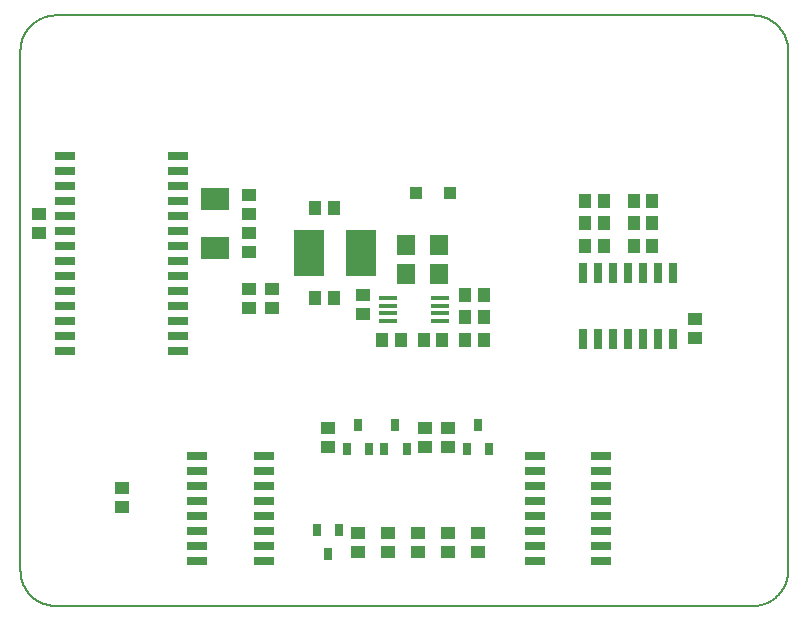
<source format=gtp>
G75*
%MOIN*%
%OFA0B0*%
%FSLAX25Y25*%
%IPPOS*%
%LPD*%
%AMOC8*
5,1,8,0,0,1.08239X$1,22.5*
%
%ADD10C,0.00800*%
%ADD11R,0.05118X0.04331*%
%ADD12R,0.06890X0.02756*%
%ADD13R,0.02756X0.06890*%
%ADD14R,0.04331X0.05118*%
%ADD15R,0.03150X0.03937*%
%ADD16R,0.06693X0.02559*%
%ADD17R,0.09449X0.07480*%
%ADD18R,0.06496X0.01772*%
%ADD19R,0.09843X0.15748*%
%ADD20R,0.06299X0.07087*%
%ADD21R,0.04331X0.04331*%
D10*
X0034146Y0040429D02*
X0266430Y0040429D01*
X0266715Y0040432D01*
X0267001Y0040443D01*
X0267286Y0040460D01*
X0267570Y0040484D01*
X0267854Y0040515D01*
X0268137Y0040553D01*
X0268418Y0040598D01*
X0268699Y0040649D01*
X0268979Y0040707D01*
X0269257Y0040772D01*
X0269533Y0040844D01*
X0269807Y0040922D01*
X0270080Y0041007D01*
X0270350Y0041099D01*
X0270618Y0041197D01*
X0270884Y0041301D01*
X0271147Y0041412D01*
X0271407Y0041529D01*
X0271665Y0041652D01*
X0271919Y0041782D01*
X0272170Y0041918D01*
X0272418Y0042059D01*
X0272662Y0042207D01*
X0272903Y0042360D01*
X0273139Y0042520D01*
X0273372Y0042685D01*
X0273601Y0042855D01*
X0273826Y0043031D01*
X0274046Y0043213D01*
X0274262Y0043399D01*
X0274473Y0043591D01*
X0274680Y0043788D01*
X0274882Y0043990D01*
X0275079Y0044197D01*
X0275271Y0044408D01*
X0275457Y0044624D01*
X0275639Y0044844D01*
X0275815Y0045069D01*
X0275985Y0045298D01*
X0276150Y0045531D01*
X0276310Y0045767D01*
X0276463Y0046008D01*
X0276611Y0046252D01*
X0276752Y0046500D01*
X0276888Y0046751D01*
X0277018Y0047005D01*
X0277141Y0047263D01*
X0277258Y0047523D01*
X0277369Y0047786D01*
X0277473Y0048052D01*
X0277571Y0048320D01*
X0277663Y0048590D01*
X0277748Y0048863D01*
X0277826Y0049137D01*
X0277898Y0049413D01*
X0277963Y0049691D01*
X0278021Y0049971D01*
X0278072Y0050252D01*
X0278117Y0050533D01*
X0278155Y0050816D01*
X0278186Y0051100D01*
X0278210Y0051384D01*
X0278227Y0051669D01*
X0278238Y0051955D01*
X0278241Y0052240D01*
X0278241Y0225469D01*
X0278238Y0225754D01*
X0278227Y0226040D01*
X0278210Y0226325D01*
X0278186Y0226609D01*
X0278155Y0226893D01*
X0278117Y0227176D01*
X0278072Y0227457D01*
X0278021Y0227738D01*
X0277963Y0228018D01*
X0277898Y0228296D01*
X0277826Y0228572D01*
X0277748Y0228846D01*
X0277663Y0229119D01*
X0277571Y0229389D01*
X0277473Y0229657D01*
X0277369Y0229923D01*
X0277258Y0230186D01*
X0277141Y0230446D01*
X0277018Y0230704D01*
X0276888Y0230958D01*
X0276752Y0231209D01*
X0276611Y0231457D01*
X0276463Y0231701D01*
X0276310Y0231942D01*
X0276150Y0232178D01*
X0275985Y0232411D01*
X0275815Y0232640D01*
X0275639Y0232865D01*
X0275457Y0233085D01*
X0275271Y0233301D01*
X0275079Y0233512D01*
X0274882Y0233719D01*
X0274680Y0233921D01*
X0274473Y0234118D01*
X0274262Y0234310D01*
X0274046Y0234496D01*
X0273826Y0234678D01*
X0273601Y0234854D01*
X0273372Y0235024D01*
X0273139Y0235189D01*
X0272903Y0235349D01*
X0272662Y0235502D01*
X0272418Y0235650D01*
X0272170Y0235791D01*
X0271919Y0235927D01*
X0271665Y0236057D01*
X0271407Y0236180D01*
X0271147Y0236297D01*
X0270884Y0236408D01*
X0270618Y0236512D01*
X0270350Y0236610D01*
X0270080Y0236702D01*
X0269807Y0236787D01*
X0269533Y0236865D01*
X0269257Y0236937D01*
X0268979Y0237002D01*
X0268699Y0237060D01*
X0268418Y0237111D01*
X0268137Y0237156D01*
X0267854Y0237194D01*
X0267570Y0237225D01*
X0267286Y0237249D01*
X0267001Y0237266D01*
X0266715Y0237277D01*
X0266430Y0237280D01*
X0034146Y0237280D01*
X0033861Y0237277D01*
X0033575Y0237266D01*
X0033290Y0237249D01*
X0033006Y0237225D01*
X0032722Y0237194D01*
X0032439Y0237156D01*
X0032158Y0237111D01*
X0031877Y0237060D01*
X0031597Y0237002D01*
X0031319Y0236937D01*
X0031043Y0236865D01*
X0030769Y0236787D01*
X0030496Y0236702D01*
X0030226Y0236610D01*
X0029958Y0236512D01*
X0029692Y0236408D01*
X0029429Y0236297D01*
X0029169Y0236180D01*
X0028911Y0236057D01*
X0028657Y0235927D01*
X0028406Y0235791D01*
X0028158Y0235650D01*
X0027914Y0235502D01*
X0027673Y0235349D01*
X0027437Y0235189D01*
X0027204Y0235024D01*
X0026975Y0234854D01*
X0026750Y0234678D01*
X0026530Y0234496D01*
X0026314Y0234310D01*
X0026103Y0234118D01*
X0025896Y0233921D01*
X0025694Y0233719D01*
X0025497Y0233512D01*
X0025305Y0233301D01*
X0025119Y0233085D01*
X0024937Y0232865D01*
X0024761Y0232640D01*
X0024591Y0232411D01*
X0024426Y0232178D01*
X0024266Y0231942D01*
X0024113Y0231701D01*
X0023965Y0231457D01*
X0023824Y0231209D01*
X0023688Y0230958D01*
X0023558Y0230704D01*
X0023435Y0230446D01*
X0023318Y0230186D01*
X0023207Y0229923D01*
X0023103Y0229657D01*
X0023005Y0229389D01*
X0022913Y0229119D01*
X0022828Y0228846D01*
X0022750Y0228572D01*
X0022678Y0228296D01*
X0022613Y0228018D01*
X0022555Y0227738D01*
X0022504Y0227457D01*
X0022459Y0227176D01*
X0022421Y0226893D01*
X0022390Y0226609D01*
X0022366Y0226325D01*
X0022349Y0226040D01*
X0022338Y0225754D01*
X0022335Y0225469D01*
X0022335Y0052240D01*
X0022338Y0051955D01*
X0022349Y0051669D01*
X0022366Y0051384D01*
X0022390Y0051100D01*
X0022421Y0050816D01*
X0022459Y0050533D01*
X0022504Y0050252D01*
X0022555Y0049971D01*
X0022613Y0049691D01*
X0022678Y0049413D01*
X0022750Y0049137D01*
X0022828Y0048863D01*
X0022913Y0048590D01*
X0023005Y0048320D01*
X0023103Y0048052D01*
X0023207Y0047786D01*
X0023318Y0047523D01*
X0023435Y0047263D01*
X0023558Y0047005D01*
X0023688Y0046751D01*
X0023824Y0046500D01*
X0023965Y0046252D01*
X0024113Y0046008D01*
X0024266Y0045767D01*
X0024426Y0045531D01*
X0024591Y0045298D01*
X0024761Y0045069D01*
X0024937Y0044844D01*
X0025119Y0044624D01*
X0025305Y0044408D01*
X0025497Y0044197D01*
X0025694Y0043990D01*
X0025896Y0043788D01*
X0026103Y0043591D01*
X0026314Y0043399D01*
X0026530Y0043213D01*
X0026750Y0043031D01*
X0026975Y0042855D01*
X0027204Y0042685D01*
X0027437Y0042520D01*
X0027673Y0042360D01*
X0027914Y0042207D01*
X0028158Y0042059D01*
X0028406Y0041918D01*
X0028657Y0041782D01*
X0028911Y0041652D01*
X0029169Y0041529D01*
X0029429Y0041412D01*
X0029692Y0041301D01*
X0029958Y0041197D01*
X0030226Y0041099D01*
X0030496Y0041007D01*
X0030769Y0040922D01*
X0031043Y0040844D01*
X0031319Y0040772D01*
X0031597Y0040707D01*
X0031877Y0040649D01*
X0032158Y0040598D01*
X0032439Y0040553D01*
X0032722Y0040515D01*
X0033006Y0040484D01*
X0033290Y0040460D01*
X0033575Y0040443D01*
X0033861Y0040432D01*
X0034146Y0040429D01*
D11*
X0056085Y0073530D03*
X0056085Y0079829D03*
X0124835Y0093530D03*
X0124835Y0099829D03*
X0157335Y0099829D03*
X0164835Y0099829D03*
X0164835Y0093530D03*
X0157335Y0093530D03*
X0154835Y0064829D03*
X0154835Y0058530D03*
X0144835Y0058530D03*
X0144835Y0064829D03*
X0134835Y0064829D03*
X0134835Y0058530D03*
X0164835Y0058530D03*
X0164835Y0064829D03*
X0174835Y0064829D03*
X0174835Y0058530D03*
X0247335Y0129780D03*
X0247335Y0136079D03*
X0136509Y0137673D03*
X0136509Y0143972D03*
X0106085Y0146079D03*
X0106085Y0139780D03*
X0098585Y0139780D03*
X0098585Y0146079D03*
X0098585Y0158530D03*
X0098585Y0164829D03*
X0098585Y0171030D03*
X0098585Y0177329D03*
X0028585Y0171079D03*
X0028585Y0164780D03*
D12*
X0081213Y0090429D03*
X0081213Y0085429D03*
X0081213Y0080429D03*
X0081213Y0075429D03*
X0081213Y0070429D03*
X0081213Y0065429D03*
X0081213Y0060429D03*
X0081213Y0055429D03*
X0103457Y0055429D03*
X0103457Y0060429D03*
X0103457Y0065429D03*
X0103457Y0070429D03*
X0103457Y0075429D03*
X0103457Y0080429D03*
X0103457Y0085429D03*
X0103457Y0090429D03*
X0193713Y0090429D03*
X0193713Y0085429D03*
X0193713Y0080429D03*
X0193713Y0075429D03*
X0193713Y0070429D03*
X0193713Y0065429D03*
X0193713Y0060429D03*
X0193713Y0055429D03*
X0215957Y0055429D03*
X0215957Y0060429D03*
X0215957Y0065429D03*
X0215957Y0070429D03*
X0215957Y0075429D03*
X0215957Y0080429D03*
X0215957Y0085429D03*
X0215957Y0090429D03*
D13*
X0214835Y0129307D03*
X0219835Y0129307D03*
X0224835Y0129307D03*
X0229835Y0129307D03*
X0234835Y0129307D03*
X0239835Y0129307D03*
X0239835Y0151551D03*
X0234835Y0151551D03*
X0229835Y0151551D03*
X0224835Y0151551D03*
X0219835Y0151551D03*
X0214835Y0151551D03*
X0209835Y0151551D03*
X0209835Y0129307D03*
D14*
X0176735Y0129179D03*
X0170436Y0129179D03*
X0162985Y0129179D03*
X0156686Y0129179D03*
X0149235Y0129179D03*
X0142936Y0129179D03*
X0126735Y0142929D03*
X0120436Y0142929D03*
X0120436Y0172929D03*
X0126735Y0172929D03*
X0170436Y0144179D03*
X0176735Y0144179D03*
X0176735Y0136679D03*
X0170436Y0136679D03*
X0210436Y0160429D03*
X0216735Y0160429D03*
X0216735Y0167929D03*
X0210436Y0167929D03*
X0210436Y0175429D03*
X0216735Y0175429D03*
X0226686Y0175429D03*
X0232985Y0175429D03*
X0232985Y0167929D03*
X0226686Y0167929D03*
X0226686Y0160429D03*
X0232985Y0160429D03*
D15*
X0174835Y0100616D03*
X0171095Y0092742D03*
X0178576Y0092742D03*
X0151076Y0092742D03*
X0143595Y0092742D03*
X0138576Y0092742D03*
X0131095Y0092742D03*
X0134835Y0100616D03*
X0147335Y0100616D03*
X0128576Y0065616D03*
X0121095Y0065616D03*
X0124835Y0057742D03*
D16*
X0074904Y0125429D03*
X0074904Y0130429D03*
X0074904Y0135429D03*
X0074904Y0140429D03*
X0074904Y0145429D03*
X0074904Y0150429D03*
X0074904Y0155429D03*
X0074904Y0160429D03*
X0074904Y0165429D03*
X0074904Y0170429D03*
X0074904Y0175429D03*
X0074904Y0180429D03*
X0074904Y0185429D03*
X0074904Y0190429D03*
X0037267Y0190429D03*
X0037267Y0185429D03*
X0037267Y0180429D03*
X0037267Y0175429D03*
X0037267Y0170429D03*
X0037267Y0165429D03*
X0037267Y0160429D03*
X0037267Y0155429D03*
X0037267Y0150429D03*
X0037267Y0145429D03*
X0037267Y0140429D03*
X0037267Y0135429D03*
X0037267Y0130429D03*
X0037267Y0125429D03*
D17*
X0087335Y0159858D03*
X0087335Y0176000D03*
D18*
X0144924Y0142929D03*
X0144924Y0140429D03*
X0144924Y0137929D03*
X0144924Y0135429D03*
X0162247Y0135429D03*
X0162247Y0137929D03*
X0162247Y0140429D03*
X0162247Y0142929D03*
D19*
X0135997Y0157929D03*
X0118674Y0157929D03*
D20*
X0150879Y0160803D03*
X0150879Y0151118D03*
X0161902Y0151118D03*
X0161902Y0160803D03*
D21*
X0165544Y0177929D03*
X0154127Y0177929D03*
M02*

</source>
